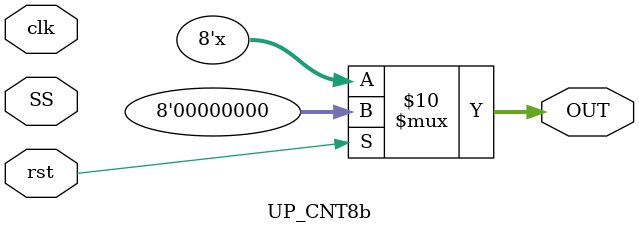
<source format=v>
`include "d_ff.v"

module UP_CNT8b(
    input clk,
    input rst,
    input SS,
    output reg [7:0] OUT
);

    always @(clk, rst, SS) 
    begin
            if( rst == 1) 
                OUT = 0;
            else
                begin 
                    if(SS == 1)
                        if( clk ) 
                            begin
                                OUT <= OUT+1;
                            end
                end
    end


endmodule
</source>
